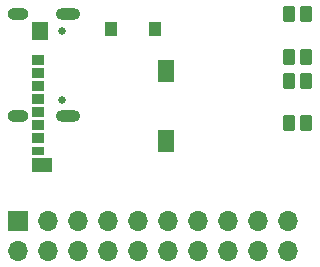
<source format=gbr>
%TF.GenerationSoftware,KiCad,Pcbnew,8.0.4*%
%TF.CreationDate,2024-07-26T12:29:51+01:00*%
%TF.ProjectId,beeb_wifiport,62656562-5f77-4696-9669-706f72742e6b,rev?*%
%TF.SameCoordinates,Original*%
%TF.FileFunction,Soldermask,Bot*%
%TF.FilePolarity,Negative*%
%FSLAX46Y46*%
G04 Gerber Fmt 4.6, Leading zero omitted, Abs format (unit mm)*
G04 Created by KiCad (PCBNEW 8.0.4) date 2024-07-26 12:29:51*
%MOMM*%
%LPD*%
G01*
G04 APERTURE LIST*
G04 Aperture macros list*
%AMRoundRect*
0 Rectangle with rounded corners*
0 $1 Rounding radius*
0 $2 $3 $4 $5 $6 $7 $8 $9 X,Y pos of 4 corners*
0 Add a 4 corners polygon primitive as box body*
4,1,4,$2,$3,$4,$5,$6,$7,$8,$9,$2,$3,0*
0 Add four circle primitives for the rounded corners*
1,1,$1+$1,$2,$3*
1,1,$1+$1,$4,$5*
1,1,$1+$1,$6,$7*
1,1,$1+$1,$8,$9*
0 Add four rect primitives between the rounded corners*
20,1,$1+$1,$2,$3,$4,$5,0*
20,1,$1+$1,$4,$5,$6,$7,0*
20,1,$1+$1,$6,$7,$8,$9,0*
20,1,$1+$1,$8,$9,$2,$3,0*%
G04 Aperture macros list end*
%ADD10C,0.650000*%
%ADD11O,2.100000X1.000000*%
%ADD12O,1.800000X1.000000*%
%ADD13R,1.700000X1.700000*%
%ADD14O,1.700000X1.700000*%
%ADD15RoundRect,0.250000X-0.275000X0.450000X-0.275000X-0.450000X0.275000X-0.450000X0.275000X0.450000X0*%
%ADD16R,1.100000X0.850000*%
%ADD17R,1.100000X0.750000*%
%ADD18R,1.000000X1.200000*%
%ADD19R,1.350000X1.550000*%
%ADD20R,1.350000X1.900000*%
%ADD21R,1.800000X1.170000*%
G04 APERTURE END LIST*
D10*
%TO.C,J2*%
X142292496Y-93933818D03*
X142292496Y-99713818D03*
D11*
X142792496Y-92503818D03*
D12*
X138612496Y-92503818D03*
D11*
X142792496Y-101143818D03*
D12*
X138612496Y-101143818D03*
%TD*%
D13*
%TO.C,J1*%
X138550000Y-109960000D03*
D14*
X138550000Y-112500000D03*
X141090000Y-109960000D03*
X141090000Y-112500000D03*
X143630000Y-109960000D03*
X143630000Y-112500000D03*
X146170000Y-109960000D03*
X146170000Y-112500000D03*
X148710000Y-109960000D03*
X148710000Y-112500000D03*
X151250000Y-109960000D03*
X151250000Y-112500000D03*
X153790000Y-109960000D03*
X153790000Y-112500000D03*
X156330000Y-109960000D03*
X156330000Y-112500000D03*
X158870000Y-109960000D03*
X158870000Y-112500000D03*
X161410000Y-109960000D03*
X161410000Y-112500000D03*
%TD*%
D15*
%TO.C,SW1*%
X161530000Y-92500000D03*
X161530000Y-96100000D03*
X162970000Y-92500000D03*
X162970000Y-96100000D03*
%TD*%
D16*
%TO.C,J3*%
X140300000Y-96395000D03*
X140300000Y-97495000D03*
X140300000Y-98595000D03*
X140300000Y-99695000D03*
X140300000Y-100795000D03*
X140300000Y-101895000D03*
X140300000Y-102995000D03*
D17*
X140300000Y-104045000D03*
D18*
X146450000Y-93760000D03*
X150150000Y-93760000D03*
D19*
X140425000Y-93935000D03*
D20*
X151125000Y-97260000D03*
X151125000Y-103230000D03*
D21*
X140650000Y-105255000D03*
%TD*%
D15*
%TO.C,SW2*%
X161530000Y-98100000D03*
X161530000Y-101700000D03*
X162970000Y-98100000D03*
X162970000Y-101700000D03*
%TD*%
M02*

</source>
